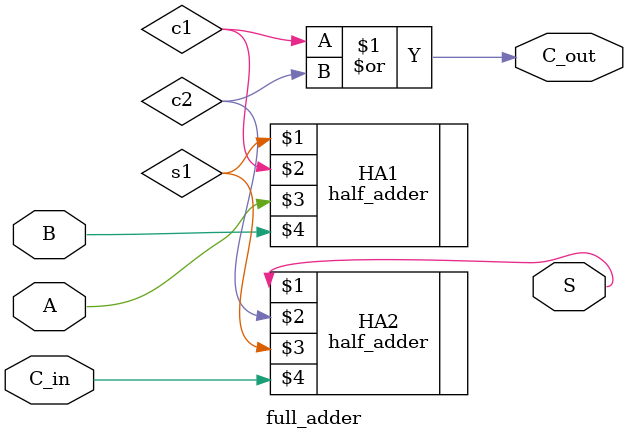
<source format=v>
`timescale 1ns / 1ps

module full_adder(
    output S,
    output C_out,
	 input A,
	 input B,
	 input C_in
    );
	wire s1,c1,c2;
	half_adder HA1(s1,c1,A,B);
	half_adder HA2(S,c2,s1,C_in);
	or OG1(C_out, c1, c2);
endmodule

</source>
